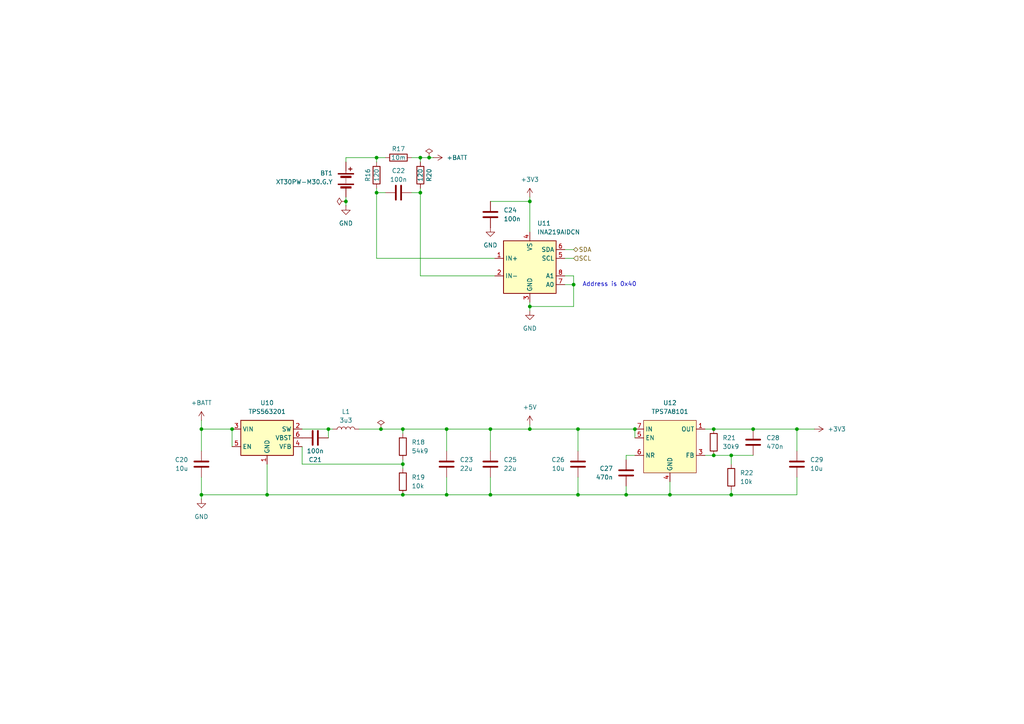
<source format=kicad_sch>
(kicad_sch (version 20250114) (generator "eeschema") (generator_version "9.0")
  (paper "A4")
  (title_block (title "Power Regulation") (date "2025-08-17") (rev "3.0") (company "Savo Bajic") (comment 1 "Include a power monitoring IC"))
  (lib_symbols
    (symbol "Device:Battery" (pin_numbers (hide yes)) (pin_names (offset 0) (hide yes))
      (property "Reference" "BT" (at 2.54 2.54 0))
      (property "Value" "Battery" (at 2.54 0 0))
      (symbol "Battery_0_1"
        (rectangle (start -2.286 1.778) (end 2.286 1.524) (fill (type outline)))
        (rectangle (start -2.286 -1.27) (end 2.286 -1.524) (fill (type outline)))
        (rectangle (start -1.524 1.016) (end 1.524 0.508) (fill (type outline)))
        (rectangle (start -1.524 -2.032) (end 1.524 -2.54) (fill (type outline)))
        (polyline (pts (xy 0 1.778) (xy 0 2.54)))
        (polyline (pts (xy 0 0) (xy 0 0.254)))
        (polyline (pts (xy 0 -0.508) (xy 0 -0.254)))
        (polyline (pts (xy 0 -1.016) (xy 0 -0.762)))
        (polyline (pts (xy 0.762 3.048) (xy 1.778 3.048)) (stroke (width 0.254)))
        (polyline (pts (xy 1.27 3.556) (xy 1.27 2.54)) (stroke (width 0.254)))
      )
      (symbol "Battery_1_1"
        (pin passive line (at 0 5.08 270) (length 2.54) (name "+") (number "1"))
        (pin passive line (at 0 -5.08 90) (length 2.54) (name "-") (number "2"))
      )
    )
    (symbol "Device:C" (pin_numbers (hide yes)) (pin_names (offset 0.254))
      (property "Reference" "C" (at 0.635 2.54 0))
      (property "Value" "C" (at 0.635 -2.54 0))
      (symbol "C_0_1"
        (polyline (pts (xy -2.032 0.762) (xy 2.032 0.762)) (stroke (width 0.508)))
        (polyline (pts (xy -2.032 -0.762) (xy 2.032 -0.762)) (stroke (width 0.508)))
      )
      (symbol "C_1_1"
        (pin passive line (at 0 3.81 270) (length 2.794) (name "~") (number "1"))
        (pin passive line (at 0 -3.81 90) (length 2.794) (name "~") (number "2"))
      )
    )
    (symbol "Device:L" (pin_numbers (hide yes)) (pin_names (offset 1.016) (hide yes))
      (property "Reference" "L" (at -1.27 0 90))
      (property "Value" "L" (at 1.905 0 90))
      (symbol "L_0_1"
        (arc (start 0 2.54) (mid 0.6323 1.905) (end 0 1.27))
        (arc (start 0 1.27) (mid 0.6323 0.635) (end 0 0))
        (arc (start 0 0) (mid 0.6323 -0.635) (end 0 -1.27))
        (arc (start 0 -1.27) (mid 0.6323 -1.905) (end 0 -2.54))
      )
      (symbol "L_1_1"
        (pin passive line (at 0 3.81 270) (length 1.27) (name "1") (number "1"))
        (pin passive line (at 0 -3.81 90) (length 1.27) (name "2") (number "2"))
      )
    )
    (symbol "Device:R" (pin_numbers (hide yes)) (pin_names (offset 0))
      (property "Reference" "R" (at 2.032 0 90))
      (property "Value" "R" (at 0 0 90))
      (symbol "R_0_1"
        (rectangle (start -1.016 -2.54) (end 1.016 2.54) (stroke (width 0.254)))
      )
      (symbol "R_1_1"
        (pin passive line (at 0 3.81 270) (length 1.27) (name "~") (number "1"))
        (pin passive line (at 0 -3.81 90) (length 1.27) (name "~") (number "2"))
      )
    )
    (symbol "Sensor_Energy:INA219AxDCN"
      (property "Reference" "U" (at -6.35 8.89 0))
      (property "Value" "INA219AxDCN" (at 6.35 8.89 0))
      (symbol "INA219AxDCN_0_1"
        (rectangle (start -7.62 7.62) (end 7.62 -7.62) (stroke (width 0.254)) (fill (type background)))
      )
      (symbol "INA219AxDCN_1_1"
        (pin input line (at -10.16 2.54 0) (length 2.54) (name "IN+") (number "1"))
        (pin input line (at -10.16 -2.54 0) (length 2.54) (name "IN-") (number "2"))
        (pin power_in line (at 0 10.16 270) (length 2.54) (name "VS") (number "4"))
        (pin power_in line (at 0 -10.16 90) (length 2.54) (name "GND") (number "3"))
        (pin bidirectional line (at 10.16 5.08 180) (length 2.54) (name "SDA") (number "6"))
        (pin input line (at 10.16 2.54 180) (length 2.54) (name "SCL") (number "5"))
        (pin input line (at 10.16 -2.54 180) (length 2.54) (name "A1") (number "8"))
        (pin input line (at 10.16 -5.08 180) (length 2.54) (name "A0") (number "7"))
      )
    )
    (symbol "mb_sensors:TPS563201"
      (property "Reference" "U" (at -7.62 6.35 0))
      (property "Value" "TPS563201" (at -2.54 6.35 0))
      (symbol "TPS563201_0_1"
        (rectangle (start -7.62 5.08) (end 7.62 -5.08) (stroke (width 0.254)) (fill (type background)))
      )
      (symbol "TPS563201_1_1"
        (pin power_in line (at -10.16 2.54 0) (length 2.54) (name "VIN") (number "3"))
        (pin input line (at -10.16 -2.54 0) (length 2.54) (name "EN") (number "5"))
        (pin power_in line (at 0 -7.62 90) (length 2.54) (name "GND") (number "1"))
        (pin output line (at 10.16 2.54 180) (length 2.54) (name "SW") (number "2"))
        (pin passive line (at 10.16 0 180) (length 2.54) (name "VBST") (number "6"))
        (pin input line (at 10.16 -2.54 180) (length 2.54) (name "VFB") (number "4"))
      )
    )
    (symbol "mb_sensors:TPS7A8101"
      (property "Reference" "U" (at 0 11.43 0))
      (property "Value" "TPS7A8101" (at 0 8.89 0))
      (symbol "TPS7A8101_0_0"
        (pin power_in line (at -10.16 5.08 0) (length 2.54) (name "IN") (number "7"))
        (pin power_in line (at -10.16 5.08 0) (length 2.54) (hide yes) (name "IN") (number "8"))
        (pin input line (at -10.16 2.54 0) (length 2.54) (name "EN") (number "5"))
        (pin passive line (at -10.16 -2.54 0) (length 2.54) (name "NR") (number "6"))
        (pin power_in line (at 0 -10.16 90) (length 2.54) (name "GND") (number "4"))
        (pin power_in line (at 0 -10.16 90) (length 2.54) (hide yes) (name "GND") (number "9"))
        (pin power_out line (at 10.16 5.08 180) (length 2.54) (name "OUT") (number "1"))
        (pin power_out line (at 10.16 5.08 180) (length 2.54) (hide yes) (name "OUT") (number "2"))
        (pin input line (at 10.16 -2.54 180) (length 2.54) (name "FB") (number "3"))
      )
      (symbol "TPS7A8101_0_1"
        (rectangle (start -7.62 7.62) (end 7.62 -7.62) (fill (type background)))
      )
    )
    (symbol "power:+3V3" (power) (pin_numbers (hide yes)) (pin_names (offset 0) (hide yes))
      (property "Value" "+3V3" (at 0 3.556 0))
      (symbol "+3V3_0_1"
        (polyline (pts (xy -0.762 1.27) (xy 0 2.54)))
        (polyline (pts (xy 0 2.54) (xy 0.762 1.27)))
        (polyline (pts (xy 0 0) (xy 0 2.54)))
      )
      (symbol "+3V3_1_1"
        (pin power_in line (at 0 0 90) (length 0) (name "~") (number "1"))
      )
    )
    (symbol "power:+5V" (power) (pin_numbers (hide yes)) (pin_names (offset 0) (hide yes))
      (property "Value" "+5V" (at 0 3.556 0))
      (symbol "+5V_0_1"
        (polyline (pts (xy -0.762 1.27) (xy 0 2.54)))
        (polyline (pts (xy 0 2.54) (xy 0.762 1.27)))
        (polyline (pts (xy 0 0) (xy 0 2.54)))
      )
      (symbol "+5V_1_1"
        (pin power_in line (at 0 0 90) (length 0) (name "~") (number "1"))
      )
    )
    (symbol "power:+BATT" (power) (pin_numbers (hide yes)) (pin_names (offset 0) (hide yes))
      (property "Value" "+BATT" (at 0 3.556 0))
      (symbol "+BATT_0_1"
        (polyline (pts (xy -0.762 1.27) (xy 0 2.54)))
        (polyline (pts (xy 0 2.54) (xy 0.762 1.27)))
        (polyline (pts (xy 0 0) (xy 0 2.54)))
      )
      (symbol "+BATT_1_1"
        (pin power_in line (at 0 0 90) (length 0) (name "~") (number "1"))
      )
    )
    (symbol "power:GND" (power) (pin_numbers (hide yes)) (pin_names (offset 0) (hide yes))
      (property "Value" "GND" (at 0 -3.81 0))
      (symbol "GND_0_1"
        (polyline (pts (xy 0 0) (xy 0 -1.27) (xy 1.27 -1.27) (xy 0 -2.54) (xy -1.27 -1.27) (xy 0 -1.27)))
      )
      (symbol "GND_1_1"
        (pin power_in line (at 0 0 270) (length 0) (name "~") (number "1"))
      )
    )
    (symbol "power:PWR_FLAG" (power) (pin_numbers (hide yes)) (pin_names (offset 0) (hide yes))
      (property "Value" "PWR_FLAG" (at 0 3.81 0))
      (symbol "PWR_FLAG_0_0"
        (pin power_out line (at 0 0 90) (length 0) (name "~") (number "1"))
      )
      (symbol "PWR_FLAG_0_1"
        (polyline (pts (xy 0 0) (xy 0 1.27) (xy -1.016 1.905) (xy 0 2.54) (xy 1.016 1.905) (xy 0 1.27)))
      )
    )
  )
  (text "Address is 0x40" (at 168.91 82.55 0) (effects (font (size 1.27 1.27)) (justify left)))
  (junction (at 207.01 132.08))
  (junction (at 207.01 124.46))
  (junction (at 231.14 124.46))
  (junction (at 181.61 143.51))
  (junction (at 58.42 124.46))
  (junction (at 58.42 143.51))
  (junction (at 116.84 134.62))
  (junction (at 129.54 124.46))
  (junction (at 67.31 124.46))
  (junction (at 110.49 124.46))
  (junction (at 77.47 143.51))
  (junction (at 116.84 124.46))
  (junction (at 116.84 143.51))
  (junction (at 142.24 143.51))
  (junction (at 167.64 143.51))
  (junction (at 218.44 124.46))
  (junction (at 212.09 132.08))
  (junction (at 121.92 55.88))
  (junction (at 109.22 45.72))
  (junction (at 124.46 45.72))
  (junction (at 129.54 143.51))
  (junction (at 194.31 143.51))
  (junction (at 153.67 58.42))
  (junction (at 153.67 124.46))
  (junction (at 166.37 82.55))
  (junction (at 212.09 143.51))
  (junction (at 95.25 124.46))
  (junction (at 167.64 124.46))
  (junction (at 184.15 124.46))
  (junction (at 153.67 88.9))
  (junction (at 142.24 124.46))
  (junction (at 109.22 55.88))
  (junction (at 121.92 45.72))
  (junction (at 100.33 58.42))
  (wire (pts (xy 153.67 88.9) (xy 153.67 90.17)))
  (wire (pts (xy 142.24 58.42) (xy 153.67 58.42)))
  (wire (pts (xy 184.15 124.46) (xy 184.15 127)))
  (wire (pts (xy 153.67 123.19) (xy 153.67 124.46)))
  (wire (pts (xy 121.92 55.88) (xy 119.38 55.88)))
  (wire (pts (xy 110.49 124.46) (xy 116.84 124.46)))
  (wire (pts (xy 181.61 133.35) (xy 181.61 132.08)))
  (wire (pts (xy 121.92 80.01) (xy 121.92 55.88)))
  (wire (pts (xy 58.42 121.92) (xy 58.42 124.46)))
  (wire (pts (xy 109.22 46.99) (xy 109.22 45.72)))
  (wire (pts (xy 181.61 143.51) (xy 194.31 143.51)))
  (wire (pts (xy 153.67 124.46) (xy 167.64 124.46)))
  (wire (pts (xy 231.14 130.81) (xy 231.14 124.46)))
  (wire (pts (xy 166.37 80.01) (xy 163.83 80.01)))
  (wire (pts (xy 207.01 132.08) (xy 212.09 132.08)))
  (wire (pts (xy 166.37 74.93) (xy 163.83 74.93)))
  (wire (pts (xy 58.42 143.51) (xy 77.47 143.51)))
  (wire (pts (xy 218.44 132.08) (xy 212.09 132.08)))
  (wire (pts (xy 166.37 82.55) (xy 166.37 88.9)))
  (wire (pts (xy 153.67 58.42) (xy 153.67 67.31)))
  (wire (pts (xy 231.14 124.46) (xy 218.44 124.46)))
  (wire (pts (xy 116.84 124.46) (xy 129.54 124.46)))
  (wire (pts (xy 100.33 58.42) (xy 100.33 59.69)))
  (wire (pts (xy 104.14 124.46) (xy 110.49 124.46)))
  (wire (pts (xy 166.37 88.9) (xy 153.67 88.9)))
  (wire (pts (xy 129.54 138.43) (xy 129.54 143.51)))
  (wire (pts (xy 194.31 143.51) (xy 212.09 143.51)))
  (wire (pts (xy 204.47 124.46) (xy 207.01 124.46)))
  (wire (pts (xy 129.54 124.46) (xy 129.54 130.81)))
  (wire (pts (xy 58.42 124.46) (xy 58.42 130.81)))
  (wire (pts (xy 116.84 124.46) (xy 116.84 125.73)))
  (wire (pts (xy 67.31 124.46) (xy 67.31 129.54)))
  (wire (pts (xy 153.67 87.63) (xy 153.67 88.9)))
  (wire (pts (xy 121.92 45.72) (xy 124.46 45.72)))
  (wire (pts (xy 109.22 55.88) (xy 111.76 55.88)))
  (wire (pts (xy 142.24 124.46) (xy 142.24 130.81)))
  (wire (pts (xy 100.33 57.15) (xy 100.33 58.42)))
  (wire (pts (xy 87.63 124.46) (xy 95.25 124.46)))
  (wire (pts (xy 129.54 124.46) (xy 142.24 124.46)))
  (wire (pts (xy 58.42 138.43) (xy 58.42 143.51)))
  (wire (pts (xy 95.25 124.46) (xy 95.25 127)))
  (wire (pts (xy 166.37 72.39) (xy 163.83 72.39)))
  (wire (pts (xy 58.42 144.78) (xy 58.42 143.51)))
  (wire (pts (xy 153.67 57.15) (xy 153.67 58.42)))
  (wire (pts (xy 116.84 135.89) (xy 116.84 134.62)))
  (wire (pts (xy 109.22 74.93) (xy 109.22 55.88)))
  (wire (pts (xy 194.31 143.51) (xy 194.31 139.7)))
  (wire (pts (xy 231.14 138.43) (xy 231.14 143.51)))
  (wire (pts (xy 181.61 143.51) (xy 181.61 140.97)))
  (wire (pts (xy 77.47 143.51) (xy 116.84 143.51)))
  (wire (pts (xy 95.25 124.46) (xy 96.52 124.46)))
  (wire (pts (xy 121.92 45.72) (xy 119.38 45.72)))
  (wire (pts (xy 167.64 130.81) (xy 167.64 124.46)))
  (wire (pts (xy 166.37 82.55) (xy 163.83 82.55)))
  (wire (pts (xy 116.84 143.51) (xy 129.54 143.51)))
  (wire (pts (xy 87.63 134.62) (xy 116.84 134.62)))
  (wire (pts (xy 236.22 124.46) (xy 231.14 124.46)))
  (wire (pts (xy 142.24 124.46) (xy 153.67 124.46)))
  (wire (pts (xy 142.24 143.51) (xy 167.64 143.51)))
  (wire (pts (xy 142.24 143.51) (xy 129.54 143.51)))
  (wire (pts (xy 116.84 133.35) (xy 116.84 134.62)))
  (wire (pts (xy 204.47 132.08) (xy 207.01 132.08)))
  (wire (pts (xy 207.01 124.46) (xy 218.44 124.46)))
  (wire (pts (xy 143.51 74.93) (xy 109.22 74.93)))
  (wire (pts (xy 109.22 45.72) (xy 111.76 45.72)))
  (wire (pts (xy 109.22 54.61) (xy 109.22 55.88)))
  (wire (pts (xy 166.37 80.01) (xy 166.37 82.55)))
  (wire (pts (xy 212.09 134.62) (xy 212.09 132.08)))
  (wire (pts (xy 167.64 124.46) (xy 184.15 124.46)))
  (wire (pts (xy 100.33 46.99) (xy 100.33 45.72)))
  (wire (pts (xy 121.92 54.61) (xy 121.92 55.88)))
  (wire (pts (xy 142.24 138.43) (xy 142.24 143.51)))
  (wire (pts (xy 87.63 129.54) (xy 87.63 134.62)))
  (wire (pts (xy 143.51 80.01) (xy 121.92 80.01)))
  (wire (pts (xy 167.64 138.43) (xy 167.64 143.51)))
  (wire (pts (xy 181.61 132.08) (xy 184.15 132.08)))
  (wire (pts (xy 100.33 45.72) (xy 109.22 45.72)))
  (wire (pts (xy 212.09 143.51) (xy 212.09 142.24)))
  (wire (pts (xy 124.46 45.72) (xy 125.73 45.72)))
  (wire (pts (xy 121.92 46.99) (xy 121.92 45.72)))
  (wire (pts (xy 231.14 143.51) (xy 212.09 143.51)))
  (wire (pts (xy 167.64 143.51) (xy 181.61 143.51)))
  (wire (pts (xy 58.42 124.46) (xy 67.31 124.46)))
  (wire (pts (xy 77.47 134.62) (xy 77.47 143.51)))
  (hierarchical_label "SDA" (shape bidirectional) (at 166.37 72.39 0))
  (hierarchical_label "SCL" (shape input) (at 166.37 74.93 0))
  (symbol (lib_id "power:+5V") (at 153.67 123.19 0) (unit 1)
    (property "Reference" "#PWR054" (effects (hide yes)))
    (property "Value" "+5V" (at 153.67 118.11 0))
    (property "Description" "Power symbol creates a global label with name \"+5V\"" (effects (hide yes)))
    (instances (project "wing_module_rev_1" (path "" (reference "#PWR054") (unit 1))) (project "wing_module_rev_1" (path "" (reference "#PWR028") (unit 1))))
  )
  (symbol (lib_id "Device:C") (at 115.57 55.88 270) (mirror x) (unit 1)
    (property "Reference" "C22" (at 115.57 49.53 90))
    (property "Value" "100n" (at 115.57 52.07 90))
    (property "Footprint" "Capacitor_SMD:C_0402_1005Metric" (effects (hide yes)))
    (property "Description" "Unpolarized capacitor" (effects (hide yes)))
    (property "LCSC" "C5448875" (effects (hide yes)))
  )
  (symbol (lib_id "Device:R") (at 115.57 45.72 90) (unit 1)
    (property "Reference" "R17" (at 115.57 43.18 90))
    (property "Value" "10m" (at 115.57 45.72 90))
    (property "Footprint" "Resistor_SMD:R_0805_2012Metric" (effects (hide yes)))
    (property "Description" "Resistor" (effects (hide yes)))
  )
  (symbol (lib_id "Device:C") (at 91.44 127 90) (unit 1)
    (property "Reference" "C21" (at 91.44 133.35 90))
    (property "Value" "100n" (at 91.44 130.81 90))
    (property "Footprint" "Capacitor_SMD:C_0402_1005Metric" (effects (hide yes)))
    (property "Description" "Unpolarized capacitor" (effects (hide yes)))
    (property "LCSC" "C5448875" (effects (hide yes)))
    (instances (project "wing_module_rev_1" (path "" (reference "C21") (unit 1))) (project "wing_module_rev_1" (path "" (reference "C7") (unit 1))))
  )
  (symbol (lib_id "power:GND") (at 58.42 144.78 0) (unit 1)
    (property "Reference" "#PWR048" (effects (hide yes)))
    (property "Value" "GND" (at 58.42 149.86 0))
    (property "Description" "Power symbol creates a global label with name \"GND\" , ground" (effects (hide yes)))
    (instances (project "wing_module_rev_1" (path "" (reference "#PWR048") (unit 1))) (project "wing_module_rev_1" (path "" (reference "#PWR026") (unit 1))))
  )
  (symbol (lib_id "Device:C") (at 218.44 128.27 0) (mirror y) (unit 1)
    (property "Reference" "C28" (at 222.25 126.9999 0) (effects (justify right)))
    (property "Value" "470n" (at 222.25 129.5399 0) (effects (justify right)))
    (property "Footprint" "Capacitor_SMD:C_0402_1005Metric" (effects (hide yes)))
    (property "Description" "Unpolarized capacitor" (effects (hide yes)))
    (property "LCSC" "C47339" (effects (hide yes)))
    (instances (project "wing_module_rev_1" (path "" (reference "C28") (unit 1))) (project "wing_module_rev_1" (path "" (reference "C14") (unit 1))))
  )
  (symbol (lib_id "Device:R") (at 116.84 139.7 0) (unit 1)
    (property "Reference" "R19" (at 119.38 138.4299 0) (effects (justify left)))
    (property "Value" "10k" (at 119.38 140.9699 0) (effects (justify left)))
    (property "Footprint" "Resistor_SMD:R_0402_1005Metric" (effects (hide yes)))
    (property "Description" "Resistor" (effects (hide yes)))
    (property "LCSC" "C723353" (effects (hide yes)))
    (instances (project "wing_module_rev_1" (path "" (reference "R19") (unit 1))) (project "wing_module_rev_1" (path "" (reference "R7") (unit 1))))
  )
  (symbol (lib_id "Device:R") (at 121.92 50.8 0) (unit 1)
    (property "Reference" "R20" (at 124.46 50.8 90))
    (property "Value" "120" (at 121.92 50.8 90))
    (property "Footprint" "Resistor_SMD:R_0402_1005Metric" (effects (hide yes)))
    (property "Description" "Resistor" (effects (hide yes)))
    (property "LCSC" "C25079" (effects (hide yes)))
  )
  (symbol (lib_id "power:+BATT") (at 125.73 45.72 270) (unit 1)
    (property "Reference" "#PWR050" (effects (hide yes)))
    (property "Value" "+BATT" (at 129.54 45.7199 90) (effects (justify left)))
    (property "Description" "Power symbol creates a global label with name \"+BATT\"" (effects (hide yes)))
  )
  (symbol (lib_id "Device:R") (at 116.84 129.54 0) (unit 1)
    (property "Reference" "R18" (at 119.38 128.2699 0) (effects (justify left)))
    (property "Value" "54k9" (at 119.38 130.8099 0) (effects (justify left)))
    (property "Footprint" "Resistor_SMD:R_0402_1005Metric" (effects (hide yes)))
    (property "Description" "Resistor" (effects (hide yes)))
    (property "LCSC" "C227137" (effects (hide yes)))
    (instances (project "wing_module_rev_1" (path "" (reference "R18") (unit 1))) (project "wing_module_rev_1" (path "" (reference "R6") (unit 1))))
  )
  (symbol (lib_id "power:+3V3") (at 236.22 124.46 270) (unit 1)
    (property "Reference" "#PWR055" (effects (hide yes)))
    (property "Value" "+3V3" (at 240.03 124.4599 90) (effects (justify left)))
    (property "Description" "Power symbol creates a global label with name \"+3V3\"" (effects (hide yes)))
    (instances (project "wing_module_rev_1" (path "" (reference "#PWR055") (unit 1))) (project "wing_module_rev_1" (path "" (reference "#PWR032") (unit 1))))
  )
  (symbol (lib_id "power:+3V3") (at 153.67 57.15 0) (unit 1)
    (property "Reference" "#PWR052" (effects (hide yes)))
    (property "Value" "+3V3" (at 153.67 52.07 0))
    (property "Description" "Power symbol creates a global label with name \"+3V3\"" (effects (hide yes)))
  )
  (symbol (lib_id "Device:C") (at 181.61 137.16 0) (mirror y) (unit 1)
    (property "Reference" "C27" (at 177.8 135.89 0) (effects (justify left)))
    (property "Value" "470n" (at 177.8 138.43 0) (effects (justify left)))
    (property "Footprint" "Capacitor_SMD:C_0402_1005Metric" (effects (hide yes)))
    (property "Description" "Unpolarized capacitor" (effects (hide yes)))
    (property "LCSC" "C47339" (effects (hide yes)))
    (instances (project "wing_module_rev_1" (path "" (reference "C27") (unit 1))) (project "wing_module_rev_1" (path "" (reference "C12") (unit 1))))
  )
  (symbol (lib_id "Device:C") (at 167.64 134.62 0) (mirror y) (unit 1)
    (property "Reference" "C26" (at 163.83 133.3499 0) (effects (justify left)))
    (property "Value" "10u" (at 163.83 135.8899 0) (effects (justify left)))
    (property "Footprint" "Capacitor_SMD:C_0603_1608Metric" (effects (hide yes)))
    (property "Description" "Unpolarized capacitor" (effects (hide yes)))
    (property "LCSC" "C5360828" (effects (hide yes)))
    (instances (project "wing_module_rev_1" (path "" (reference "C26") (unit 1))) (project "wing_module_rev_1" (path "" (reference "C10") (unit 1))))
  )
  (symbol (lib_id "mb_sensors:TPS563201") (at 77.47 127 0) (unit 1)
    (property "Reference" "U10" (at 77.47 116.84 0))
    (property "Value" "TPS563201" (at 77.47 119.38 0))
    (property "Footprint" "Package_TO_SOT_SMD:SOT-23-6" (effects (hide yes)))
    (property "Datasheet" "https://www.ti.com/lit/ds/symlink/tps563201.pdf" (effects (hide yes)))
    (property "Description" "3A Synchronous Step-Down Voltage Regulator, Adjustable Output Voltage, 4.5-17V Input Voltage, SOT-23-6" (effects (hide yes)))
    (property "LCSC" "C116592" (effects (hide yes)))
    (instances (project "wing_module_rev_1" (path "" (reference "U10") (unit 1))) (project "wing_module_rev_1" (path "" (reference "U2") (unit 1))))
  )
  (symbol (lib_id "Device:C") (at 142.24 62.23 0) (mirror y) (unit 1)
    (property "Reference" "C24" (at 146.05 60.9599 0) (effects (justify right)))
    (property "Value" "100n" (at 146.05 63.4999 0) (effects (justify right)))
    (property "Footprint" "Capacitor_SMD:C_0402_1005Metric" (effects (hide yes)))
    (property "Description" "Unpolarized capacitor" (effects (hide yes)))
    (property "LCSC" "C5448875" (effects (hide yes)))
  )
  (symbol (lib_id "Device:C") (at 129.54 134.62 0) (unit 1)
    (property "Reference" "C23" (at 133.35 133.3499 0) (effects (justify left)))
    (property "Value" "22u" (at 133.35 135.8899 0) (effects (justify left)))
    (property "Footprint" "Capacitor_SMD:C_0603_1608Metric" (effects (hide yes)))
    (property "Description" "Unpolarized capacitor" (effects (hide yes)))
    (property "LCSC" "C86295" (effects (hide yes)))
    (instances (project "wing_module_rev_1" (path "" (reference "C23") (unit 1))) (project "wing_module_rev_1" (path "" (reference "C8") (unit 1))))
  )
  (symbol (lib_id "power:PWR_FLAG") (at 100.33 58.42 90) (unit 1)
    (property "Reference" "#FLG01" (effects (hide yes)))
    (property "Value" "PWR_FLAG" (effects (hide yes)))
    (property "Description" "Special symbol for telling ERC where power comes from" (effects (hide yes)))
  )
  (symbol (lib_id "Device:C") (at 142.24 134.62 0) (unit 1)
    (property "Reference" "C25" (at 146.05 133.3499 0) (effects (justify left)))
    (property "Value" "22u" (at 146.05 135.8899 0) (effects (justify left)))
    (property "Footprint" "Capacitor_SMD:C_0603_1608Metric" (effects (hide yes)))
    (property "Description" "Unpolarized capacitor" (effects (hide yes)))
    (property "LCSC" "C86295" (effects (hide yes)))
    (instances (project "wing_module_rev_1" (path "" (reference "C25") (unit 1))) (project "wing_module_rev_1" (path "" (reference "C9") (unit 1))))
  )
  (symbol (lib_id "power:PWR_FLAG") (at 124.46 45.72 0) (unit 1)
    (property "Reference" "#FLG03" (effects (hide yes)))
    (property "Value" "PWR_FLAG" (effects (hide yes)))
    (property "Description" "Special symbol for telling ERC where power comes from" (effects (hide yes)))
  )
  (symbol (lib_id "power:PWR_FLAG") (at 110.49 124.46 0) (unit 1)
    (property "Reference" "#FLG02" (effects (hide yes)))
    (property "Value" "PWR_FLAG" (effects (hide yes)))
    (property "Description" "Special symbol for telling ERC where power comes from" (effects (hide yes)))
    (instances (project "wing_module_rev_1" (path "" (reference "#FLG02") (unit 1))) (project "wing_module_rev_1" (path "" (reference "#FLG01") (unit 1))))
  )
  (symbol (lib_id "Device:R") (at 109.22 50.8 0) (mirror y) (unit 1)
    (property "Reference" "R16" (at 106.68 50.8 90))
    (property "Value" "120" (at 109.22 50.8 90))
    (property "Footprint" "Resistor_SMD:R_0402_1005Metric" (effects (hide yes)))
    (property "Description" "Resistor" (effects (hide yes)))
    (property "LCSC" "C25079" (effects (hide yes)))
  )
  (symbol (lib_id "power:GND") (at 142.24 66.04 0) (mirror y) (unit 1)
    (property "Reference" "#PWR051" (effects (hide yes)))
    (property "Value" "GND" (at 142.24 71.12 0))
    (property "Description" "Power symbol creates a global label with name \"GND\" , ground" (effects (hide yes)))
  )
  (symbol (lib_id "Device:Battery") (at 100.33 52.07 0) (unit 1)
    (property "Reference" "BT1" (at 96.52 50.2284 0) (effects (justify right)))
    (property "Value" "XT30PW-M30.G.Y" (at 96.52 52.7684 0) (effects (justify right)))
    (property "Footprint" "Connector_AMASS:AMASS_XT30PW-M_1x02_P2.50mm_Horizontal" (effects (hide yes)))
    (property "Description" "Multiple-cell battery" (effects (hide yes)))
    (property "LCSC" "C431092" (effects (hide yes)))
  )
  (symbol (lib_id "Device:R") (at 212.09 138.43 0) (unit 1)
    (property "Reference" "R22" (at 214.63 137.1599 0) (effects (justify left)))
    (property "Value" "10k" (at 214.63 139.6999 0) (effects (justify left)))
    (property "Footprint" "Resistor_SMD:R_0402_1005Metric" (effects (hide yes)))
    (property "Description" "Resistor" (effects (hide yes)))
    (property "LCSC" "C723353" (effects (hide yes)))
    (instances (project "wing_module_rev_1" (path "" (reference "R22") (unit 1))) (project "wing_module_rev_1" (path "" (reference "R9") (unit 1))))
  )
  (symbol (lib_id "Sensor_Energy:INA219AxDCN") (at 153.67 77.47 0) (unit 1)
    (property "Reference" "U11" (at 155.8133 64.77 0) (effects (justify left)))
    (property "Value" "INA219AIDCN" (at 155.8133 67.31 0) (effects (justify left)))
    (property "Footprint" "Package_TO_SOT_SMD:SOT-23-8" (effects (hide yes)))
    (property "Datasheet" "http://www.ti.com/lit/ds/symlink/ina219.pdf" (effects (hide yes)))
    (property "Description" "Zero-Drift, Bidirectional Current/Power Monitor (0-26V) With I2C Interface, SOT-23-8" (effects (hide yes)))
    (property "LCSC" "C87469" (effects (hide yes)))
  )
  (symbol (lib_id "power:GND") (at 100.33 59.69 0) (mirror y) (unit 1)
    (property "Reference" "#PWR049" (effects (hide yes)))
    (property "Value" "GND" (at 100.33 64.77 0))
    (property "Description" "Power symbol creates a global label with name \"GND\" , ground" (effects (hide yes)))
  )
  (symbol (lib_id "Device:C") (at 231.14 134.62 0) (unit 1)
    (property "Reference" "C29" (at 234.95 133.3499 0) (effects (justify left)))
    (property "Value" "10u" (at 234.95 135.8899 0) (effects (justify left)))
    (property "Footprint" "Capacitor_SMD:C_0603_1608Metric" (effects (hide yes)))
    (property "Description" "Unpolarized capacitor" (effects (hide yes)))
    (property "LCSC" "C5360828" (effects (hide yes)))
    (instances (project "wing_module_rev_1" (path "" (reference "C29") (unit 1))) (project "wing_module_rev_1" (path "" (reference "C15") (unit 1))))
  )
  (symbol (lib_id "Device:C") (at 58.42 134.62 0) (mirror y) (unit 1)
    (property "Reference" "C20" (at 54.61 133.3499 0) (effects (justify left)))
    (property "Value" "10u" (at 54.61 135.8899 0) (effects (justify left)))
    (property "Footprint" "Capacitor_SMD:C_0603_1608Metric" (effects (hide yes)))
    (property "Description" "Unpolarized capacitor" (effects (hide yes)))
    (property "LCSC" "C5360828" (effects (hide yes)))
    (instances (project "wing_module_rev_1" (path "" (reference "C20") (unit 1))) (project "wing_module_rev_1" (path "" (reference "C6") (unit 1))))
  )
  (symbol (lib_id "mb_sensors:TPS7A8101") (at 194.31 129.54 0) (unit 1)
    (property "Reference" "U12" (at 194.31 116.84 0))
    (property "Value" "TPS7A8101" (at 194.31 119.38 0))
    (property "Footprint" "Package_SON:VSON-8-1EP_3x3mm_P0.65mm_EP1.65x2.4mm" (effects (hide yes)))
    (property "Datasheet" "https://www.ti.com/lit/ds/symlink/tps7a8101.pdf" (effects (hide yes)))
    (property "Description" "Low-Noise, Wide-Bandwidth, High PSRR, Low-Dropout 1-A Linear Regulator" (effects (hide yes)))
    (property "LCSC" "C465730" (effects (hide yes)))
    (instances (project "wing_module_rev_1" (path "" (reference "U12") (unit 1))) (project "wing_module_rev_1" (path "" (reference "U4") (unit 1))))
  )
  (symbol (lib_id "Device:R") (at 207.01 128.27 0) (unit 1)
    (property "Reference" "R21" (at 209.55 126.9999 0) (effects (justify left)))
    (property "Value" "30k9" (at 209.55 129.5399 0) (effects (justify left)))
    (property "Footprint" "Resistor_SMD:R_0402_1005Metric" (effects (hide yes)))
    (property "Description" "Resistor" (effects (hide yes)))
    (property "LCSC" "C1883526" (effects (hide yes)))
    (instances (project "wing_module_rev_1" (path "" (reference "R21") (unit 1))) (project "wing_module_rev_1" (path "" (reference "R8") (unit 1))))
  )
  (symbol (lib_id "power:+BATT") (at 58.42 121.92 0) (unit 1)
    (property "Reference" "#PWR047" (effects (hide yes)))
    (property "Value" "+BATT" (at 58.42 116.84 0))
    (property "Description" "Power symbol creates a global label with name \"+BATT\"" (effects (hide yes)))
    (instances (project "wing_module_rev_1" (path "" (reference "#PWR047") (unit 1))) (project "wing_module_rev_1" (path "" (reference "#PWR025") (unit 1))))
  )
  (symbol (lib_id "Device:L") (at 100.33 124.46 90) (unit 1)
    (property "Reference" "L1" (at 100.33 119.38 90))
    (property "Value" "3u3" (at 100.33 121.92 90))
    (property "Footprint" "Inductor_SMD:L_Changjiang_FNR6045S" (effects (hide yes)))
    (property "Description" "Inductor" (effects (hide yes)))
    (property "LCSC" "C168063" (effects (hide yes)))
  )
  (symbol (lib_id "power:GND") (at 153.67 90.17 0) (unit 1)
    (property "Reference" "#PWR053" (effects (hide yes)))
    (property "Value" "GND" (at 153.67 95.25 0))
    (property "Description" "Power symbol creates a global label with name \"GND\" , ground" (effects (hide yes)))
  )
)
</source>
